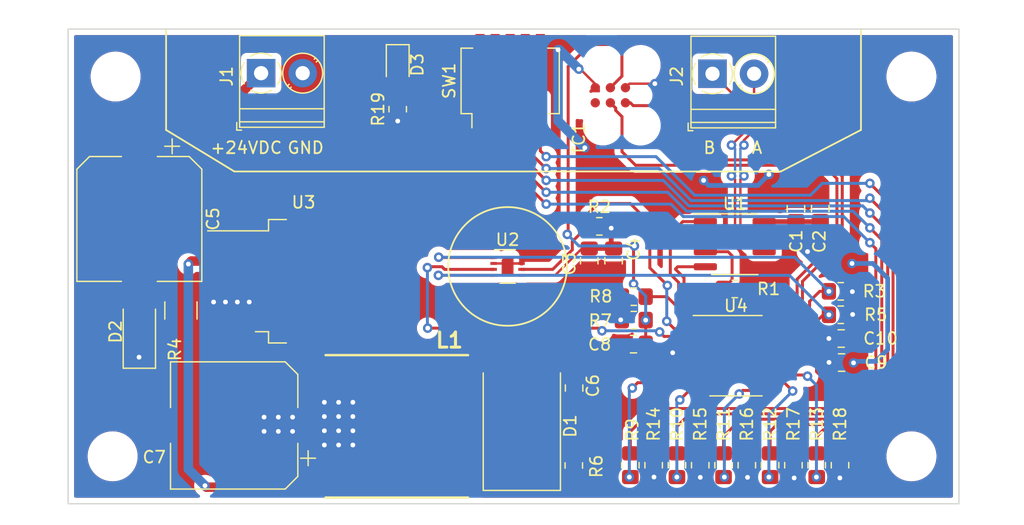
<source format=kicad_pcb>
(kicad_pcb (version 20211014) (generator pcbnew)
  (title_block (comment 4 "AISLER Project ID: SKBTTJQF"))
  (layers (0 "F.Cu" signal) (31 "B.Cu" signal) (34 "B.Paste" user) (35 "F.Paste" user) (36 "B.SilkS" user "B.Silkscreen") (37 "F.SilkS" user "F.Silkscreen") (38 "B.Mask" user) (39 "F.Mask" user) (44 "Edge.Cuts" user))
  (net 0 "")
  (net 1 "GND")
  (net 2 "+3V3")
  (net 3 "+24V")
  (net 4 "Net-(C6-Pad1)")
  (net 5 "/NRESET")
  (net 6 "Net-(D1-Pad1)")
  (net 7 "/485+")
  (net 8 "/485-")
  (net 9 "/DE")
  (net 10 "/RESET")
  (net 11 "/SDA")
  (net 12 "/SCL")
  (net 13 "Net-(R8-Pad2)")
  (net 14 "Net-(R14-Pad2)")
  (net 15 "Net-(R9-Pad2)")
  (net 16 "Net-(R10-Pad1)")
  (net 17 "Net-(R10-Pad2)")
  (net 18 "Net-(R11-Pad1)")
  (net 19 "Net-(R11-Pad2)")
  (net 20 "Net-(R12-Pad1)")
  (net 21 "Net-(R12-Pad2)")
  (net 22 "Net-(R13-Pad1)")
  (net 23 "Net-(R13-Pad2)")
  (net 24 "/SWDIO")
  (net 25 "/SWCLK")
  (net 27 "/RX")
  (net 28 "/TX")
  (net 29 "/ALERT")
  (net 31 "Net-(D3-Pad2)")
  (footprint "Resistor_SMD:R_0805_2012Metric_Pad1.20x1.40mm_HandSolder" (layer "F.Cu") (at 175.05 88.1)
    (fp_text reference "R3")
    (fp_text value "10K")
  )
  (footprint "Diode_SMD:D_SOD-128" (layer "F.Cu") (at 116 91.5 90)
    (fp_text reference "D2")
    (fp_text value "3.9V / 1W")
  )
  (footprint "TerminalBlock_Phoenix:TerminalBlock_Phoenix_PT-1,5-2-3.5-H_1x02_P3.50mm_Horizontal" (layer "F.Cu") (at 164.25 69.765)
    (fp_text reference "J2")
    (fp_text value "485")
  )
  (footprint "Capacitor_SMD:C_0805_2012Metric" (layer "F.Cu") (at 152.6 96.25 90)
    (fp_text reference "C6")
    (fp_text value "1nF/10V")
  )
  (footprint "Capacitor_SMD:CP_Elec_10x10" (layer "F.Cu") (at 116 82 -90)
    (fp_text reference "C5")
    (fp_text value "100uF/75V")
  )
  (footprint "LED_SMD:LED_0805_2012Metric" (layer "F.Cu") (at 137.75 69 -90)
    (fp_text reference "D3")
    (fp_text value "PWR")
  )
  (footprint "MountingHole:MountingHole_3.2mm_M3" (layer "F.Cu") (at 114 70)
    (fp_text reference "REF**")
    (fp_text value "MountingHole_3.2mm_M3")
  )
  (footprint "Resistor_SMD:R_0805_2012Metric_Pad1.20x1.40mm_HandSolder" (layer "F.Cu") (at 137.75 72.75 90)
    (fp_text reference "R19")
    (fp_text value "10K")
  )
  (footprint "Resistor_SMD:R_0805_2012Metric_Pad1.20x1.40mm_HandSolder" (layer "F.Cu") (at 174.986112 102.75 90)
    (fp_text reference "R18")
    (fp_text value "10K")
  )
  (footprint "HT485:MSS1210-104KED" (layer "F.Cu") (at 137.675 99.475 180)
    (fp_text reference "L1")
    (fp_text value "100uH -MSS1210-104KED" hide)
  )
  (footprint "Resistor_SMD:R_0805_2012Metric_Pad1.20x1.40mm_HandSolder" (layer "F.Cu") (at 169.102778 102.75 -90)
    (fp_text reference "R12")
    (fp_text value "1K")
  )
  (footprint "Capacitor_SMD:C_0805_2012Metric_Pad1.18x1.45mm_HandSolder" (layer "F.Cu") (at 157.6 92.55 180)
    (fp_text reference "C8")
    (fp_text value "100nF")
  )
  (footprint "MountingHole:MountingHole_3.2mm_M3" (layer "F.Cu") (at 181 102)
    (fp_text reference "REF**")
    (fp_text value "MountingHole_3.2mm_M3")
  )
  (footprint "Resistor_SMD:R_0805_2012Metric_Pad1.20x1.40mm_HandSolder" (layer "F.Cu") (at 173.025 102.75 -90)
    (fp_text reference "R13")
    (fp_text value "1K")
  )
  (footprint "Capacitor_SMD:CP_Elec_10x10.5" (layer "F.Cu") (at 123.9825 99.4 180)
    (fp_text reference "C7")
    (fp_text value "1000uF/10V")
  )
  (footprint "Resistor_SMD:R_0805_2012Metric_Pad1.20x1.40mm_HandSolder" (layer "F.Cu") (at 161.258334 102.75 -90)
    (fp_text reference "R10")
    (fp_text value "1K")
  )
  (footprint "MountingHole:MountingHole_3.2mm_M3" (layer "F.Cu") (at 113.75 102)
    (fp_text reference "REF**")
    (fp_text value "MountingHole_3.2mm_M3")
  )
  (footprint "TC2030:TC2030-IDC" (layer "F.Cu") (at 155.653925 71.575 180)
    (fp_text reference "TC1")
    (fp_text value "TC2030-IDC")
  )
  (footprint "Diode_SMD:D_SMB-SMC_Universal_Handsoldering" (layer "F.Cu") (at 148.2 99.375 90)
    (fp_text reference "D1")
    (fp_text value "VS-30BQ060HM3/9AT")
  )
  (footprint "Resistor_SMD:R_0805_2012Metric_Pad1.20x1.40mm_HandSolder" (layer "F.Cu") (at 165.180556 102.75 -90)
    (fp_text reference "R11")
    (fp_text value "1K")
  )
  (footprint "Capacitor_SMD:C_0805_2012Metric_Pad1.18x1.45mm_HandSolder" (layer "F.Cu") (at 171.275 81.1375 -90)
    (fp_text reference "C1")
    (fp_text value "4.7uF")
  )
  (footprint "Resistor_SMD:R_0805_2012Metric_Pad1.20x1.40mm_HandSolder" (layer "F.Cu") (at 157.625 88.55)
    (fp_text reference "R8")
    (fp_text value "4K7")
  )
  (footprint "Resistor_SMD:R_0805_2012Metric_Pad1.20x1.40mm_HandSolder" (layer "F.Cu") (at 159.297223 102.75 90)
    (fp_text reference "R14")
    (fp_text value "10K")
  )
  (footprint "Resistor_SMD:R_0805_2012Metric_Pad1.20x1.40mm_HandSolder" (layer "F.Cu") (at 171.063889 102.75 90)
    (fp_text reference "R17")
    (fp_text value "10K")
  )
  (footprint "Resistor_SMD:R_0805_2012Metric_Pad1.20x1.40mm_HandSolder" (layer "F.Cu") (at 163.219445 102.75 90)
    (fp_text reference "R15")
    (fp_text value "10K")
  )
  (footprint "Package_SO:SOIC-8_3.9x4.9mm_P1.27mm" (layer "F.Cu") (at 166.125 84.125)
    (fp_text reference "U1")
    (fp_text value "ISL3179EIBZ")
  )
  (footprint "Button_Switch_SMD:SW_DIP_SPSTx05_Slide_KingTek_DSHP05TJ_W5.25mm_P1.27mm_JPin" (layer "F.Cu") (at 147.2184 70.365 90)
    (fp_text reference "SW1")
    (fp_text value "EDS05SGRSTR04Q")
  )
  (footprint "MountingHole:MountingHole_3.2mm_M3" (layer "F.Cu") (at 181 70)
    (fp_text reference "REF**")
    (fp_text value "MountingHole_3.2mm_M3")
  )
  (footprint "Resistor_SMD:R_0805_2012Metric_Pad1.20x1.40mm_HandSolder" (layer "F.Cu") (at 166.125 87.9)
    (fp_text reference "R1")
    (fp_text value "10K")
  )
  (footprint "Capacitor_SMD:C_0805_2012Metric_Pad1.18x1.45mm_HandSolder" (layer "F.Cu") (at 175.0875 92.075 180)
    (fp_text reference "C10")
    (fp_text value "100nF")
  )
  (footprint "Resistor_SMD:R_0805_2012Metric_Pad1.20x1.40mm_HandSolder" (layer "F.Cu") (at 175.05 90.075)
    (fp_text reference "R5")
    (fp_text value "10K")
  )
  (footprint "Capacitor_SMD:C_0805_2012Metric_Pad1.18x1.45mm_HandSolder" (layer "F.Cu") (at 173.325 81.125 -90)
    (fp_text reference "C2")
    (fp_text value "100nF")
  )
  (footprint "Capacitor_SMD:C_0805_2012Metric_Pad1.18x1.45mm_HandSolder" (layer "F.Cu") (at 153.875 85.525 90)
    (fp_text reference "C3")
    (fp_text value "100nF")
  )
  (footprint "Resistor_SMD:R_0805_2012Metric_Pad1.20x1.40mm_HandSolder" (layer "F.Cu") (at 154.725 82.625)
    (fp_text reference "R2")
    (fp_text value "10K")
  )
  (footprint "Resistor_SMD:R_0805_2012Metric_Pad1.20x1.40mm_HandSolder" (layer "F.Cu") (at 157.336112 102.75 -90)
    (fp_text reference "R9")
    (fp_text value "1K")
  )
  (footprint "Resistor_SMD:R_0805_2012Metric_Pad1.20x1.40mm_HandSolder" (layer "F.Cu") (at 152.575 102.775 90)
    (fp_text reference "R6")
    (fp_text value "10R")
  )
  (footprint "Resistor_SMD:R_0805_2012Metric_Pad1.20x1.40mm_HandSolder" (layer "F.Cu") (at 167.141667 102.75 90)
    (fp_text reference "R16")
    (fp_text value "10K")
  )
  (footprint "Package_SO:TSSOP-20_4.4x6.5mm_P0.65mm" (layer "F.Cu") (at 166.225 93.525)
    (fp_text reference "U4")
    (fp_text value "STM32L010F4P6")
  )
  (footprint "Sensor_Humidity:Sensirion_DFN-8-1EP_2.5x2.5mm_P0.5mm_EP1.1x1.7mm" (layer "F.Cu") (at 147 86)
    (fp_text reference "U2")
    (fp_text value "SHT31-DIS-P2.5KS")
  )
  (footprint "Resistor_SMD:R_0805_2012Metric_Pad1.20x1.40mm_HandSolder" (layer "F.Cu") (at 157.625 90.525 180)
    (fp_text reference "R7")
    (fp_text value "4K7")
  )
  (footprint "Resistor_SMD:R_1210_3225Metric" (layer "F.Cu") (at 119.5 89.7125 90)
    (fp_text reference "R4")
    (fp_text value "0R / 0.5 W")
  )
  (footprint "TerminalBlock_Phoenix:TerminalBlock_Phoenix_PT-1,5-2-3.5-H_1x02_P3.50mm_Horizontal" (layer "F.Cu") (at 126.25 69.715)
    (fp_text reference "J1")
    (fp_text value "POWER")
  )
  (footprint "Package_TO_SOT_SMD:TO-263-5_TabPin3" (layer "F.Cu") (at 129.825 87.25)
    (fp_text reference "U3")
    (fp_text value "LM2576D2TR4-3.3G")
  )
  (footprint "Capacitor_SMD:C_0805_2012Metric_Pad1.18x1.45mm_HandSolder" (layer "F.Cu") (at 155.925 85.525 90)
    (fp_text reference "C4")
    (fp_text value "4.7uF")
  )
  (footprint "Capacitor_SMD:C_0805_2012Metric_Pad1.18x1.45mm_HandSolder" (layer "F.Cu") (at 175.1125 94.1 180)
    (fp_text reference "C9")
    (fp_text value "4.7uF")
  )
  (gr_line (start 124 78) (end 170 78) (layer "F.SilkS") (width 0.15))
  (gr_circle (center 147 86) (end 151 89) (layer "F.SilkS") (width 0.15) (fill none))
  (gr_line (start 170 78) (end 176.75 74.5) (layer "F.SilkS") (width 0.15))
  (gr_line (start 176.75 66) (end 176.75 74.5) (layer "F.SilkS") (width 0.15))
  (gr_line (start 118.25 74.5) (end 124 78) (layer "F.SilkS") (width 0.15))
  (gr_line (start 118.25 66) (end 118.25 74.5) (layer "F.SilkS") (width 0.15))
  (gr_line locked (start 185 66) (end 185 106) (layer "Edge.Cuts") (width 0.1))
  (gr_line (start 110 66) (end 185 66) (layer "Edge.Cuts") (width 0.1))
  (gr_line (start 110 106) (end 110 66) (layer "Edge.Cuts") (width 0.1))
  (gr_line (start 185 106) (end 110 106) (layer "Edge.Cuts") (width 0.1))
  (gr_text "B" (at 164 76) (layer "F.SilkS") (effects (font (size 1 1))))
  (gr_text "A" (at 168 76) (layer "F.SilkS") (effects (font (size 1 1))))
  (gr_text "GND" (at 130 76) (layer "F.SilkS") (effects (font (size 1 1))))
  (gr_text "+24VDC" (at 125 76) (layer "F.SilkS") (effects (font (size 1 1))))
  (segment (start 147.25 85.75) (end 148.175 85.75) (width 0.2) (layer "F.Cu") (net 1))
  (segment (start 151.24 67.74) (end 151.25 67.75) (width 0.8) (layer "F.Cu") (net 1))
  (segment (start 176.125 94.125) (end 176.125 92.075) (width 0.4) (layer "F.Cu") (net 1))
  (segment (start 173.0875 94.844239) (end 173.468261 95.225) (width 0.4) (layer "F.Cu") (net 1))
  (segment (start 171.275 80.1) (end 170.85 80.1) (width 0.4) (layer "F.Cu") (net 1))
  (segment (start 169.0875 93.85) (end 172.85 93.85) (width 0.4) (layer "F.Cu") (net 1))
  (segment (start 173.468261 95.225) (end 175.95 95.225) (width 0.4) (layer "F.Cu") (net 1))
  (segment (start 170.85 80.1) (end 169 78.25) (width 0.4) (layer "F.Cu") (net 1))
  (segment (start 153.825 70.075) (end 153.125 69.375) (width 0.2) (layer "F.Cu") (net 1))
  (segment (start 147 86) (end 147.25 85.75) (width 0.2) (layer "F.Cu") (net 1))
  (segment (start 173.075 94.075) (end 173.0875 94.075) (width 0.4) (layer "F.Cu") (net 1))
  (segment (start 153.125 69.375) (end 153 69.375) (width 0.2) (layer "F.Cu") (net 1))
  (segment (start 172.85 93.85) (end 173.075 94.075) (width 0.4) (layer "F.Cu") (net 1))
  (segment (start 171.275 80.1) (end 173.3125 80.1) (width 0.4) (layer "F.Cu") (net 1))
  (segment (start 176.15 94.1) (end 176.125 94.125) (width 0.8) (layer "F.Cu") (net 1))
  (segment (start 173.3125 80.1) (end 173.325 80.0875) (width 0.4) (layer "F.Cu") (net 1))
  (segment (start 176.125 95.05) (end 176.125 94.125) (width 0.4) (layer "F.Cu") (net 1))
  (segment (start 173.0875 94.075) (end 173.0875 94.844239) (width 0.4) (layer "F.Cu") (net 1))
  (segment (start 154.383925 70.94) (end 154.383925 70.633925) (width 0.2) (layer "F.Cu") (net 1))
  (segment (start 175.95 95.225) (end 176.125 95.05) (width 0.4) (layer "F.Cu") (net 1))
  (segment (start 148.175 85.25) (end 148.175 85.725) (width 0.4) (layer "F.Cu") (net 1))
  (segment (start 154.383925 70.633925) (end 153.825 70.075) (width 0.2) (layer "F.Cu") (net 1))
  (segment (start 145.825 85.75) (end 148.175 85.75) (width 0.2) (layer "F.Cu") (net 1))
  (segment (start 149.7584 67.74) (end 151.24 67.74) (width 0.8) (layer "F.Cu") (net 1))
  (via (at 163.5 78.75) (size 0.8) (drill 0.4) (layers "F.Cu" "B.Cu") (net 1))
  (via (at 153.5 76) (size 0.8) (drill 0.4) (layers "F.Cu" "B.Cu") (net 1))
  (via (at 176.125 94.125) (size 0.8) (drill 0.4) (layers "F.Cu" "B.Cu") (net 1))
  (via (at 176 85.75) (size 0.8) (drill 0.4) (layers "F.Cu" "B.Cu") (net 1))
  (via (at 151.25 67.75) (size 0.8) (drill 0.4) (layers "F.Cu" "B.Cu") (net 1))
  (via (at 169 78.25) (size 0.8) (drill 0.4) (layers "F.Cu" "B.Cu") (net 1))
  (via (at 153 69.375) (size 0.8) (drill 0.4) (layers "F.Cu" "B.Cu") (net 1))
  (segment (start 168.075 79.175) (end 163.925 79.175) (width 0.4) (layer "B.Cu") (net 1))
  (segment (start 179 93) (end 179 87) (width 0.4) (layer "B.Cu") (net 1))
  (segment (start 178 94) (end 179 93) (width 0.4) (layer "B.Cu") (net 1))
  (segment (start 177.75 85.75) (end 176 85.75) (width 0.4) (layer "B.Cu") (net 1))
  (segment (start 163.925 79.175) (end 163.5 78.75) (width 0.4) (layer "B.Cu") (net 1))
  (segment (start 176.125 94.125) (end 176.25 94) (width 0.4) (layer "B.Cu") (net 1))
  (segment (start 179 87) (end 177.75 85.75) (width 0.4) (layer "B.Cu") (net 1))
  (segment (start 176.25 94) (end 178 94) (width 0.4) (layer "B.Cu") (net 1))
  (segment (start 169 78.25) (end 168.075 79.175) (width 0.4) (layer "B.Cu") (net 1))
  (segment (start 151.25 67.75) (end 151.375 67.75) (width 0.8) (layer "B.Cu") (net 1))
  (segment (start 151.375 67.75) (end 153 69.375) (width 0.8) (layer "B.Cu") (net 1))
  (segment (start 151.25 73.75) (end 153.5 76) (width 0.8) (layer "B.Cu") (net 1))
  (segment (start 151.25 67.75) (end 151.25 73.75) (width 0.8) (layer "B.Cu") (net 1))
  (segment (start 174.05 92.325) (end 173.175 93.2) (width 0.4) (layer "F.Cu") (net 2))
  (segment (start 155.725 82.775) (end 155.725 84.2875) (width 0.4) (layer "F.Cu") (net 2))
  (segment (start 163.3625 93.2) (end 160.9745 93.2) (width 0.4) (layer "F.Cu") (net 2))
  (segment (start 173.175 93.2) (end 174.0625 94.0875) (width 0.4) (layer "F.Cu") (net 2))
  (segment (start 173.2675 82.22) (end 173.325 82.1625) (width 0.4) (layer "F.Cu") (net 2))
  (segment (start 155.925 84.4875) (end 153.875 84.4875) (width 0.4) (layer "F.Cu") (net 2))
  (segment (start 173.325 83.675) (end 172.25 84.75) (width 0.4) (layer "F.Cu") (net 2))
  (segment (start 148.175 86.75) (end 151 86.75) (width 0.2) (layer "F.Cu") (net 2))
  (segment (start 168.6 82.22) (end 171.33 82.22) (width 0.4) (layer "F.Cu") (net 2))
  (segment (start 171.33 82.22) (end 173.2675 82.22) (width 0.4) (layer "F.Cu") (net 2))
  (segment (start 174.0625 94.0875) (end 174.075 94.1) (width 0.4) (layer "F.Cu") (net 2))
  (segment (start 173.325 82.1625) (end 173.325 83.675) (width 0.4) (layer "F.Cu") (net 2))
  (segment (start 174.05 92.075) (end 174.05 92.325) (width 0.4) (layer "F.Cu") (net 2))
  (segment (start 157.263925 70.6) (end 159.4 70.6) (width 0.2) (layer "F.Cu") (net 2))
  (segment (start 151 86.75) (end 153.2625 84.4875) (width 0.2) (layer "F.Cu") (net 2))
  (segment (start 156.923925 70.94) (end 157.263925 70.6) (width 0.2) (layer "F.Cu") (net 2))
  (segment (start 155.725 84.2875) (end 155.925 84.4875) (width 0.4) (layer "F.Cu") (net 2))
  (segment (start 153.2625 84.4875) (end 153.875 84.4875) (width 0.2) (layer "F.Cu") (net 2))
  (segment (start 169.0875 93.2) (end 173.175 93.2) (width 0.4) (layer "F.Cu") (net 2))
  (segment (start 160.9745 93.2) (end 160.9 93.2745) (width 0.4) (layer "F.Cu") (net 2))
  (segment (start 155.725 82.625) (end 155.725 82.775) (width 0.4) (layer "F.Cu") (net 2))
  (via (at 133.975 97.45) (size 0.8) (drill 0.4) (layers "F.Cu" "B.Cu") (net 2))
  (via (at 176.05 90.05) (size 0.8) (drill 0.4) (layers "F.Cu" "B.Cu") (net 2))
  (via (at 133.975 98.65) (size 0.8) (drill 0.4) (layers "F.Cu" "B.Cu") (net 2))
  (via (at 160.9 93.2745) (size 0.8) (drill 0.4) (layers "F.Cu" "B.Cu") (net 2))
  (via (at 131.575 101.05) (size 0.8) (drill 0.4) (layers "F.Cu" "B.Cu") (net 2))
  (via (at 159.4 70.6) (size 0.8) (drill 0.4) (layers "F.Cu" "B.Cu") (net 2))
  (via (at 132.775 98.65) (size 0.8) (drill 0.4) (layers "F.Cu" "B.Cu") (net 2))
  (via (at 126.5 98.7) (size 0.8) (drill 0.4) (layers "F.Cu" "B.Cu") (net 2))
  (via (at 167.2 103.775) (size 0.8) (drill 0.4) (layers "F.Cu" "B.Cu") (net 2))
  (via (at 127.7 99.9) (size 0.8) (drill 0.4) (layers "F.Cu" "B.Cu") (net 2))
  (via (at 122.25 89) (size 0.8) (drill 0.4) (layers "F.Cu" "B.Cu") (net 2))
  (via (at 133.975 101.05) (size 0.8) (drill 0.4) (layers "F.Cu" "B.Cu") (net 2))
  (via (at 124.25 89) (size 0.8) (drill 0.4) (layers "F.Cu" "B.Cu") (net 2))
  (via (at 123.25 89) (size 0.8) (drill 0.4) (layers "F.Cu" "B.Cu") (net 2))
  (via (at 155.725 82.775) (size 0.8) (drill 0.4) (layers "F.Cu" "B.Cu") (net 2))
  (via (at 159.325 103.75) (size 0.8) (drill 0.4) (layers "F.Cu" "B.Cu") (net 2))
  (via (at 127.7 98.7) (size 0.8) (drill 0.4) (layers "F.Cu" "B.Cu") (net 2))
  (via (at 126.5 99.9) (size 0.8) (drill 0.4) (layers "F.Cu" "B.Cu") (net 2))
  (via (at 133.975 99.85) (size 0.8) (drill 0.4) (layers "F.Cu" "B.Cu") (net 2))
  (via (at 131.575 98.65) (size 0.8) (drill 0.4) (layers "F.Cu" "B.Cu") (net 2))
  (via (at 132.775 101.05) (size 0.8) (drill 0.4) (layers "F.Cu" "B.Cu") (net 2))
  (via (at 176.025 88.125) (size 0.8) (drill 0.4) (layers "F.Cu" "B.Cu") (net 2))
  (via (at 128.9 99.9) (size 0.8) (drill 0.4) (layers "F.Cu" "B.Cu") (net 2))
  (via (at 125.25 89) (size 0.8) (drill 0.4) (layers "F.Cu" "B.Cu") (net 2))
  (via (at 163.225 103.775) (size 0.8) (drill 0.4) (layers "F.Cu" "B.Cu") (net 2))
  (via (at 132.775 97.45) (size 0.8) (drill 0.4) (layers "F.Cu" "B.Cu") (net 2))
  (via (at 174.05 92.075) (size 0.8) (drill 0.4) (layers "F.Cu" "B.Cu") (net 2))
  (via (at 171.125 103.825) (size 0.8) (drill 0.4) (layers "F.Cu" "B.Cu") (net 2))
  (via (at 131.575 99.85) (size 0.8) (drill 0.4) (layers "F.Cu" "B.Cu") (net 2))
  (via (at 115.975 93.65) (size 0.8) (drill 0.4) (layers "F.Cu" "B.Cu") (net 2))
  (via (at 132.775 99.85) (size 0.8) (drill 0.4) (layers "F.Cu" "B.Cu") (net 2))
  (via (at 128.9 98.7) (size 0.8) (drill 0.4) (layers "F.Cu" "B.Cu") (net 2))
  (via (at 174.975 103.825) (size 0.8) (drill 0.4) (layers "F.Cu" "B.Cu") (net 2))
  (via (at 172.25 84.75) (size 0.8) (drill 0.4) (layers "F.Cu" "B.Cu") (net 2))
  (via (at 174.0625 94.0875) (size 0.8) (drill 0.4) (layers "F.Cu" "B.Cu") (net 2))
  (via (at 156.525 90.5) (size 0.8) (drill 0.4) (layers "F.Cu" "B.Cu") (net 2))
  (via (at 131.575 97.45) (size 0.8) (drill 0.4) (layers "F.Cu" "B.Cu") (net 2))
  (via (at 137.75 73.75) (size 0.8) (drill 0.4) (layers "F.Cu" "B.Cu") (net 2))
  (segment (start 172.25 84.75) (end 175.625 88.125) (width 0.4) (layer "B.Cu") (net 2))
  (segment (start 175.625 88.125) (end 176.025 88.125) (width 0.4) (layer "B.Cu") (net 2))
  (segment (start 116 81) (end 118.85 83.85) (width 0.8) (layer "F.Cu") (net 3))
  (segment (start 124.05 71.915) (end 124.05 83.85) (width 0.8) (layer "F.Cu") (net 3))
  (segment (start 124.05 71.915) (end 126.25 69.715) (width 0.8) (layer "F.Cu") (net 3))
  (segment (start 116 78) (end 116 81) (width 0.8) (layer "F.Cu") (net 3))
  (segment (start 118.85 83.85) (end 124.05 83.85) (width 0.8) (layer "F.Cu") (net 3))
  (segment (start 152.6 101.75) (end 152.575 101.775) (width 0.25) (layer "F.Cu") (net 4))
  (segment (start 152.6 97.2) (end 152.6 101.75) (width 0.25) (layer "F.Cu") (net 4))
  (segment (start 157.60513 84.34487) (end 157.675 84.275) (width 0.25) (layer "F.Cu") (net 5))
  (segment (start 152.1 69.15) (end 153.95 67.3) (width 0.25) (layer "F.Cu") (net 5))
  (segment (start 152.1 83.225402) (end 152.1 69.15) (width 0.25) (layer "F.Cu") (net 5))
  (segment (start 163.3625 92.55) (end 158.6375 92.55) (width 0.25) (layer "F.Cu") (net 5))
  (segment (start 158.625 92.5375) (end 158.6375 92.55) (width 0.25) (layer "F.Cu") (net 5))
  (segment (start 155.9 67.3) (end 156.625 68.025) (width 0.25) (layer "F.Cu") (net 5))
  (segment (start 156.625 69.968925) (end 155.653925 70.94) (width 0.25) (layer "F.Cu") (net 5))
  (segment (start 156.625 68.025) (end 156.625 69.968925) (width 0.25) (layer "F.Cu") (net 5))
  (segment (start 158.625 90.525) (end 158.625 92.5375) (width 0.25) (layer "F.Cu") (net 5))
  (segment (start 157.60513 87.4745) (end 157.60513 84.34487) (width 0.25) (layer "F.Cu") (net 5))
  (segment (start 152.026731 83.298671) (end 152.1 83.225402) (width 0.25) (layer "F.Cu") (net 5))
  (segment (start 153.95 67.3) (end 155.9 67.3) (width 0.25) (layer "F.Cu") (net 5))
  (via (at 152.026731 83.298671) (size 0.8) (drill 0.4) (layers "F.Cu" "B.Cu") (net 5))
  (via (at 158.625 90.525) (size 0.8) (drill 0.4) (layers "F.Cu" "B.Cu") (net 5))
  (via (at 157.60513 87.4745) (size 0.8) (drill 0.4) (layers "F.Cu" "B.Cu") (net 5))
  (via (at 157.675 84.275) (size 0.8) (drill 0.4) (layers "F.Cu" "B.Cu") (net 5))
  (segment (start 158.625 88.49437) (end 157.60513 87.4745) (width 0.25) (layer "B.Cu") (net 5))
  (segment (start 153.00306 84.275) (end 152.026731 83.298671) (width 0.25) (layer "B.Cu") (net 5))
  (segment (start 158.625 90.525) (end 158.625 88.49437) (width 0.25) (layer "B.Cu") (net 5))
  (segment (start 157.675 84.275) (end 153.00306 84.275) (width 0.25) (layer "B.Cu") (net 5))
  (segment (start 120.375 85.55) (end 120.125 85.8) (width 0.8) (layer "F.Cu") (net 6))
  (segment (start 144.225 104.6) (end 146.25 102.575) (width 0.8) (layer "F.Cu") (net 6))
  (segment (start 152.575 103.775) (end 151.375 102.575) (width 0.25) (layer "F.Cu") (net 6))
  (segment (start 121.65 104.6) (end 139.6 104.6) (width 0.8) (layer "F.Cu") (net 6))
  (segment (start 151.375 102.575) (end 148.2 102.575) (width 0.25) (layer "F.Cu") (net 6))
  (segment (start 121.525 104.475) (end 121.65 104.6) (width 0.8) (layer "F.Cu") (net 6))
  (segment (start 139.6 104.6) (end 142.525 101.675) (width 0.8) (layer "F.Cu") (net 6))
  (segment (start 146.25 102.575) (end 148.2 102.575) (width 0.8) (layer "F.Cu") (net 6))
  (segment (start 139.6 104.6) (end 144.225 104.6) (width 0.8) (layer "F.Cu") (net 6))
  (segment (start 142.525 101.675) (end 142.525 99.475) (width 0.8) (layer "F.Cu") (net 6))
  (segment (start 124.05 85.55) (end 120.375 85.55) (width 0.8) (layer "F.Cu") (net 6))
  (via (at 121.525 104.475) (size 0.8) (drill 0.4) (layers "F.Cu" "B.Cu") (net 6))
  (via (at 120.125 85.8) (size 0.8) (drill 0.4) (layers "F.Cu" "B.Cu") (net 6))
  (segment (start 120.125 103.075) (end 121.525 104.475) (width 0.8) (layer "B.Cu") (net 6))
  (segment (start 120.125 85.8) (end 120.125 103.075) (width 0.8) (layer "B.Cu") (net 6))
  (segment (start 166.9 75.361897) (end 167.75 74.511897) (width 0.2) (layer "F.Cu") (net 7))
  (segment (start 167.493199 83.899999) (end 166.600001 83.006801) (width 0.2) (layer "F.Cu") (net 7))
  (segment (start 166.600001 83.006801) (end 166.600001 78.674999) (width 0.2) (layer "F.Cu") (net 7))
  (segment (start 168.190001 83.899999) (end 167.493199 83.899999) (width 0.2) (layer "F.Cu") (net 7))
  (segment (start 167.75 74.511897) (end 167.75 69.765) (width 0.2) (layer "F.Cu") (net 7))
  (segment (start 166.600001 78.674999) (end 166.9 78.375) (width 0.2) (layer "F.Cu") (net 7))
  (segment (start 168.6 83.49) (end 168.190001 83.899999) (width 0.2) (layer "F.Cu") (net 7))
  (segment (start 166.9 75.7755) (end 166.9 75.361897) (width 0.2) (layer "F.Cu") (net 7))
  (via (at 166.9 75.7755) (size 0.8) (drill 0.4) (layers "F.Cu" "B.Cu") (net 7))
  (via (at 166.9 78.375) (size 0.8) (drill 0.4) (layers "F.Cu" "B.Cu") (net 7))
  (segment (start 166.600001 76.075499) (end 166.9 75.7755) (width 0.2) (layer "B.Cu") (net 7))
  (segment (start 166.600001 78.075001) (end 166.600001 76.075499) (width 0.2) (layer "B.Cu") (net 7))
  (segment (start 166.9 78.375) (end 166.600001 78.075001) (width 0.2) (layer "B.Cu") (net 7))
  (segment (start 166.149999 83.193199) (end 166.149999 78.674999) (width 0.2) (layer "F.Cu") (net 8))
  (segment (start 167.299999 74.325501) (end 167.299999 72.814999) (width 0.2) (layer "F.Cu") (net 8))
  (segment (start 167.306801 84.350001) (end 166.149999 83.193199) (width 0.2) (layer "F.Cu") (net 8))
  (segment (start 167.299999 72.814999) (end 164.25 69.765) (width 0.2) (layer "F.Cu") (net 8))
  (segment (start 166.149999 78.674999) (end 165.85 78.375) (width 0.2) (layer "F.Cu") (net 8))
  (segment (start 165.85 75.7755) (end 167.299999 74.325501) (width 0.2) (layer "F.Cu") (net 8))
  (segment (start 168.190001 84.350001) (end 167.306801 84.350001) (width 0.2) (layer "F.Cu") (net 8))
  (segment (start 168.6 84.76) (end 168.190001 84.350001) (width 0.2) (layer "F.Cu") (net 8))
  (via (at 165.85 78.375) (size 0.8) (drill 0.4) (layers "F.Cu" "B.Cu") (net 8))
  (via (at 165.85 75.7755) (size 0.8) (drill 0.4) (layers "F.Cu" "B.Cu") (net 8))
  (segment (start 165.85 78.375) (end 166.149999 78.075001) (width 0.2) (layer "B.Cu") (net 8))
  (segment (start 166.149999 76.075499) (end 165.85 75.7755) (width 0.2) (layer "B.Cu") (net 8))
  (segment (start 166.149999 78.075001) (end 166.149999 76.075499) (width 0.2) (layer "B.Cu") (net 8))
  (segment (start 167.475 94.425) (end 166.75 95.15) (width 0.25) (layer "F.Cu") (net 9))
  (segment (start 165.575 89.575) (end 167.175 89.575) (width 0.25) (layer "F.Cu") (net 9))
  (segment (start 165.125 87.9) (end 165.125 89.125) (width 0.25) (layer "F.Cu") (net 9))
  (segment (start 165.9 87.125) (end 165.125 87.9) (width 0.25) (layer "F.Cu") (net 9))
  (segment (start 167.475 89.875) (end 167.475 94.425) (width 0.25) (layer "F.Cu") (net 9))
  (segment (start 163.65 84.76) (end 165.56 84.76) (width 0.25) (layer "F.Cu") (net 9))
  (segment (start 167.175 89.575) (end 167.475 89.875) (width 0.25) (layer "F.Cu") (net 9))
  (segment (start 163.65 83.49) (end 163.65 84.76) (width 0.25) (layer "F.Cu") (net 9))
  (segment (start 166.75 95.15) (end 163.3625 95.15) (width 0.25) (layer "F.Cu") (net 9))
  (segment (start 165.125 89.125) (end 165.575 89.575) (width 0.25) (layer "F.Cu") (net 9))
  (segment (start 165.9 85.1) (end 165.9 87.125) (width 0.25) (layer "F.Cu") (net 9))
  (segment (start 165.56 84.76) (end 165.9 85.1) (width 0.25) (layer "F.Cu") (net 9))
  (segment (start 154.625 80.7) (end 153.725 81.6) (width 0.25) (layer "F.Cu") (net 10))
  (segment (start 160.45 87.6) (end 158.975 86.125) (width 0.25) (layer "F.Cu") (net 10))
  (segment (start 148.175 86.25) (end 150.8 86.25) (width 0.25) (layer "F.Cu") (net 10))
  (segment (start 158.975 82.35) (end 157.325 80.7) (width 0.25) (layer "F.Cu") (net 10))
  (segment (start 163.3625 91.25) (end 161.025 91.25) (width 0.25) (layer "F.Cu") (net 10))
  (segment (start 158.975 86.125) (end 158.975 82.35) (width 0.25) (layer "F.Cu") (net 10))
  (segment (start 161.025 91.25) (end 160.4 90.625) (width 0.25) (layer "F.Cu") (net 10))
  (segment (start 157.325 80.7) (end 154.625 80.7) (width 0.25) (layer "F.Cu") (net 10))
  (segment (start 152.45 83.9) (end 153.725 82.625) (width 0.25) (layer "F.Cu") (net 10))
  (segment (start 152.45 84.6) (end 152.45 83.9) (width 0.25) (layer "F.Cu") (net 10))
  (segment (start 150.8 86.25) (end 152.45 84.6) (width 0.25) (layer "F.Cu") (net 10))
  (segment (start 153.725 81.6) (end 153.725 82.625) (width 0.25) (layer "F.Cu") (net 10))
  (via (at 160.4 90.625) (size 0.8) (drill 0.4) (layers "F.Cu" "B.Cu") (net 10))
  (via (at 160.45 87.6) (size 0.8) (drill 0.4) (layers "F.Cu" "B.Cu") (net 10))
  (segment (start 160.4 87.65) (end 160.45 87.6) (width 0.25) (layer "B.Cu") (net 10))
  (segment (start 160.4 90.625) (end 160.4 87.65) (width 0.25) (layer "B.Cu") (net 10))
  (segment (start 172.1 91.9) (end 172.425 91.575) (width 0.25) (layer "F.Cu") (net 11))
  (segment (start 141.225 85.25) (end 141.2 85.225) (width 0.25) (layer "F.Cu") (net 11))
  (segment (start 172.425 91.575) (end 172.425 88.95) (width 0.25) (layer "F.Cu") (net 11))
  (segment (start 145.825 85.25) (end 141.225 85.25) (width 0.25) (layer "F.Cu") (net 11))
  (segment (start 173.275 88.1) (end 174.05 88.1) (width 0.25) (layer "F.Cu") (net 11))
  (segment (start 169.0875 91.9) (end 172.1 91.9) (width 0.25) (layer "F.Cu") (net 11))
  (segment (start 172.425 88.95) (end 173.275 88.1) (width 0.25) (layer "F.Cu") (net 11))
  (via (at 141.2 85.225) (size 0.8) (drill 0.4) (layers "F.Cu" "B.Cu") (net 11))
  (via (at 174.05 88.1) (size 0.8) (drill 0.4) (layers "F.Cu" "B.Cu") (net 11))
  (segment (start 141.2 85.225) (end 171.175 85.225) (width 0.25) (layer "B.Cu") (net 11))
  (segment (start 171.175 85.225) (end 174.05 88.1) (width 0.25) (layer "B.Cu") (net 11))
  (segment (start 172.225 92.55) (end 172.875 91.9) (width 0.25) (layer "F.Cu") (net 12))
  (segment (start 145.825 86.75) (end 141.175 86.75) (width 0.25) (layer "F.Cu") (net 12))
  (segment (start 172.875 91.9) (end 172.875 90.775) (width 0.25) (layer "F.Cu") (net 12))
  (segment (start 169.0875 92.55) (end 172.225 92.55) (width 0.25) (layer "F.Cu") (net 12))
  (segment (start 173.575 90.075) (end 174.05 90.075) (width 0.25) (layer "F.Cu") (net 12))
  (segment (start 172.875 90.775) (end 173.575 90.075) (width 0.25) (layer "F.Cu") (net 12))
  (via (at 141.175 86.75) (size 0.8) (drill 0.4) (layers "F.Cu" "B.Cu") (net 12))
  (via (at 174.05 90.075) (size 0.8) (drill 0.4) (layers "F.Cu" "B.Cu") (net 12))
  (segment (start 170.725 86.75) (end 174.05 90.075) (width 0.25) (layer "B.Cu") (net 12))
  (segment (start 141.175 86.75) (end 170.725 86.75) (width 0.25) (layer "B.Cu") (net 12))
  (segment (start 162.475 90.6) (end 160.425 88.55) (width 0.25) (layer "F.Cu") (net 13))
  (segment (start 160.425 88.55) (end 158.625 88.55) (width 0.25) (layer "F.Cu") (net 13))
  (segment (start 163.3625 90.6) (end 162.475 90.6) (width 0.25) (layer "F.Cu") (net 13))
  (segment (start 159.275 97.975) (end 176.025 97.975) (width 0.25) (layer "F.Cu") (net 14))
  (segment (start 150.224695 80.75) (end 150.25 80.75) (width 0.25) (layer "F.Cu") (net 14))
  (segment (start 176.025 97.975) (end 178 96) (width 0.25) (layer "F.Cu") (net 14))
  (segment (start 157.336112 101.75) (end 157.336112 99.913888) (width 0.25) (layer "F.Cu") (net 14))
  (segment (start 178 84.5) (end 177.5 84) (width 0.25) (layer "F.Cu") (net 14))
  (segment (start 178 96) (end 178 84.5) (width 0.25) (layer "F.Cu") (net 14))
  (segment (start 144.6784 75.203705) (end 150.224695 80.75) (width 0.25) (layer "F.Cu") (net 14))
  (segment (start 144.6784 72.99) (end 144.6784 75.203705) (width 0.25) (layer "F.Cu") (net 14))
  (segment (start 158.75 98.5) (end 159.275 97.975) (width 0.25) (layer "F.Cu") (net 14))
  (segment (start 157.336112 99.913888) (end 158.75 98.5) (width 0.25) (layer "F.Cu") (net 14))
  (segment (start 157.336112 101.75) (end 159.297223 101.75) (width 0.25) (layer "F.Cu") (net 14))
  (via (at 177.5 84) (size 0.8) (drill 0.4) (layers "F.Cu" "B.Cu") (net 14))
  (via (at 150.25 80.75) (size 0.8) (drill 0.4) (layers "F.Cu" "B.Cu") (net 14))
  (segment (start 160.75 80.75) (end 150.25 80.75) (width 0.25) (layer "B.Cu") (net 14))
  (segment (start 175.3 81.8) (end 161.8 81.8) (width 0.25) (layer "B.Cu") (net 14))
  (segment (start 161.8 81.8) (end 160.75 80.75) (width 0.25) (layer "B.Cu") (net 14))
  (segment (start 177.5 84) (end 175.3 81.8) (width 0.25) (layer "B.Cu") (net 14))
  (segment (start 157.5 96.25) (end 157.95 95.8) (width 0.25) (layer "F.Cu") (net 15))
  (segment (start 157.336112 103.75) (end 157.25 103.75) (width 0.25) (layer "F.Cu") (net 15))
  (segment (start 157.95 95.8) (end 163.3625 95.8) (width 0.25) (layer "F.Cu") (net 15))
  (via (at 157.5 96.25) (size 0.8) (drill 0.4) (layers "F.Cu" "B.Cu") (net 15))
  (via (at 157.25 103.75) (size 0.8) (drill 0.4) (layers "F.Cu" "B.Cu") (net 15))
  (segment (start 157.25 103.75) (end 157.25 96.5) (width 0.25) (layer "B.Cu") (net 15))
  (segment (start 157.25 96.5) (end 157.5 96.25) (width 0.25) (layer "B.Cu") (net 15))
  (segment (start 177.818198 96.818198) (end 178.5 96.136396) (width 0.25) (layer "F.Cu") (net 16))
  (segment (start 162.5 98.425) (end 176 98.425) (width 0.25) (layer "F.Cu") (net 16))
  (segment (start 161.258334 101.75) (end 161.258334 99.491666) (width 0.25) (layer "F.Cu") (net 16))
  (segment (start 150.225689 79.75) (end 150.25 79.75) (width 0.25) (layer "F.Cu") (net 16))
  (segment (start 145.9484 72.99) (end 145.9484 75.472711) (width 0.25) (layer "F.Cu") (net 16))
  (segment (start 161.258334 99.491666) (end 162.325 98.425) (width 0.25) (layer "F.Cu") (net 16))
  (segment (start 178.5 94.25) (end 178.5 84.5) (width 0.25) (layer "F.Cu") (net 16))
  (segment (start 176 98.425) (end 176.211396 98.425) (width 0.25) (layer "F.Cu") (net 16))
  (segment (start 161.258334 101.75) (end 163.219445 101.75) (width 0.25) (layer "F.Cu") (net 16))
  (segment (start 178.5 84.5) (end 178.5 83.75) (width 0.25) (layer "F.Cu") (net 16))
  (segment (start 162.325 98.425) (end 162.5 98.425) (width 0.25) (layer "F.Cu") (net 16))
  (segment (start 178.5 96.136396) (end 178.5 94.25) (width 0.25) (layer "F.Cu") (net 16))
  (segment (start 178.5 83.75) (end 177.5 82.75) (width 0.25) (layer "F.Cu") (net 16))
  (segment (start 145.9484 75.472711) (end 150.225689 79.75) (width 0.25) (layer "F.Cu") (net 16))
  (segment (start 176.211396 98.425) (end 177.818198 96.818198) (width 0.25) (layer "F.Cu") (net 16))
  (via (at 177.5 82.75) (size 0.8) (drill 0.4) (layers "F.Cu" "B.Cu") (net 16))
  (via (at 150.25 79.75) (size 0.8) (drill 0.4) (layers "F.Cu" "B.Cu") (net 16))
  (segment (start 160.477208 79.75) (end 150.25 79.75) (width 0.25) (layer "B.Cu") (net 16))
  (segment (start 162.077208 81.35) (end 160.477208 79.75) (width 0.25) (layer "B.Cu") (net 16))
  (segment (start 177.5 82.75) (end 176.1 81.35) (width 0.25) (layer "B.Cu") (net 16))
  (segment (start 176.1 81.35) (end 162.077208 81.35) (width 0.25) (layer "B.Cu") (net 16))
  (segment (start 161.258334 103.75) (end 161.25 103.75) (width 0.25) (layer "F.Cu") (net 17))
  (segment (start 163.3625 96.45) (end 162.3 96.45) (width 0.25) (layer "F.Cu") (net 17))
  (segment (start 162.3 96.45) (end 161.5 97.25) (width 0.25) (layer "F.Cu") (net 17))
  (via (at 161.5 97.25) (size 0.8) (drill 0.4) (layers "F.Cu" "B.Cu") (net 17))
  (via (at 161.25 103.75) (size 0.8) (drill 0.4) (layers "F.Cu" "B.Cu") (net 17))
  (segment (start 161.25 97.5) (end 161.5 97.25) (width 0.25) (layer "B.Cu") (net 17))
  (segment (start 161.25 103.75) (end 161.25 97.5) (width 0.25) (layer "B.Cu") (net 17))
  (segment (start 177.261396 98.011396) (end 177.761396 97.511396) (width 0.25) (layer "F.Cu") (net 18))
  (segment (start 147.2184 72.99) (end 147.2184 75.743208) (width 0.25) (layer "F.Cu") (net 18))
  (segment (start 150.224198 78.749006) (end 150.25 78.749006) (width 0.25) (layer "F.Cu") (net 18))
  (segment (start 167.25 98.875) (end 175.5 98.875) (width 0.25) (layer "F.Cu") (net 18))
  (segment (start 179 93.75) (end 179 83) (width 0.25) (layer "F.Cu") (net 18))
  (segment (start 179 83) (end 177.5 81.5) (width 0.25) (layer "F.Cu") (net 18))
  (segment (start 177.761396 97.511396) (end 178.511396 96.761396) (width 0.25) (layer "F.Cu") (net 18))
  (segment (start 175.5 98.875) (end 176.397792 98.875) (width 0.25) (layer "F.Cu") (net 18))
  (segment (start 165.180556 100.319444) (end 166.625 98.875) (width 0.25) (layer "F.Cu") (net 18))
  (segment (start 147.2184 75.743208) (end 150.224198 78.749006) (width 0.25) (layer "F.Cu") (net 18))
  (segment (start 165.180556 101.75) (end 165.180556 100.319444) (width 0.25) (layer "F.Cu") (net 18))
  (segment (start 179 96.272792) (end 179 93.75) (width 0.25) (layer "F.Cu") (net 18))
  (segment (start 178.511396 96.761396) (end 179 96.272792) (width 0.25) (layer "F.Cu") (net 18))
  (segment (start 176.397792 98.875) (end 177.261396 98.011396) (width 0.25) (layer "F.Cu") (net 18))
  (segment (start 166.625 98.875) (end 167.25 98.875) (width 0.25) (layer "F.Cu") (net 18))
  (segment (start 165.180556 101.75) (end 167.141667 101.75) (width 0.25) (layer "F.Cu") (net 18))
  (via (at 177.5 81.5) (size 0.8) (drill 0.4) (layers "F.Cu" "B.Cu") (net 18))
  (via (at 150.25 78.749006) (size 0.8) (drill 0.4) (layers "F.Cu" "B.Cu") (net 18))
  (segment (start 176.9 80.9) (end 162.263604 80.9) (width 0.25) (layer "B.Cu") (net 18))
  (segment (start 162.263604 80.9) (end 160.11261 78.749006) (width 0.25) (layer "B.Cu") (net 18))
  (segment (start 160.11261 78.749006) (end 150.25 78.749006) (width 0.25) (layer "B.Cu") (net 18))
  (segment (start 177.5 81.5) (end 176.9 80.9) (width 0.25) (layer "B.Cu") (net 18))
  (segment (start 169.0875 96.45) (end 166.8 96.45) (width 0.25) (layer "F.Cu") (net 19))
  (segment (start 166.8 96.45) (end 166.5 96.75) (width 0.25) (layer "F.Cu") (net 19))
  (segment (start 165.180556 103.75) (end 165.25 103.75) (width 0.25) (layer "F.Cu") (net 19))
  (via (at 165.25 103.75) (size 0.8) (drill 0.4) (layers "F.Cu" "B.Cu") (net 19))
  (via (at 166.5 96.75) (size 0.8) (drill 0.4) (layers "F.Cu" "B.Cu") (net 19))
  (segment (start 165.25 98) (end 166.5 96.75) (width 0.25) (layer "B.Cu") (net 19))
  (segment (start 165.25 103.75) (end 165.25 98) (width 0.25) (layer "B.Cu") (net 19))
  (segment (start 169.675 99.325) (end 169.825 99.325) (width 0.25) (layer "F.Cu") (net 20))
  (segment (start 150.224695 77.75) (end 150.249503 77.75) (width 0.25) (layer "F.Cu") (net 20))
  (segment (start 169.825 99.325) (end 176.584188 99.325) (width 0.25) (layer "F.Cu") (net 20))
  (segment (start 179.079594 96.829594) (end 179.45 96.459188) (width 0.25) (layer "F.Cu") (net 20))
  (segment (start 179.45 82.2) (end 177.5 80.25) (width 0.25) (layer "F.Cu") (net 20))
  (segment (start 169.102778 101.75) (end 171.063889 101.75) (width 0.25) (layer "F.Cu") (net 20))
  (segment (start 177.367094 98.542094) (end 179.079594 96.829594) (width 0.25) (layer "F.Cu") (net 20))
  (segment (start 169.102778 101.75) (end 169.102778 99.897222) (width 0.25) (layer "F.Cu") (net 20))
  (segment (start 176.847792 99.061396) (end 177.367094 98.542094) (width 0.25) (layer "F.Cu") (net 20))
  (segment (start 179.45 96.459188) (end 179.45 95.75) (width 0.25) (layer "F.Cu") (net 20))
  (segment (start 169.102778 99.897222) (end 169.675 99.325) (width 0.25) (layer "F.Cu") (net 20))
  (segment (start 148.4884 76.013705) (end 150.224695 77.75) (width 0.25) (layer "F.Cu") (net 20))
  (segment (start 176.584188 99.325) (end 176.847792 99.061396) (width 0.25) (layer "F.Cu") (net 20))
  (segment (start 148.4884 72.99) (end 148.4884 76.013705) (width 0.25) (layer "F.Cu") (net 20))
  (segment (start 179.45 95.75) (end 179.45 82.2) (width 0.25) (layer "F.Cu") (net 20))
  (segment (start 150.249503 77.75) (end 150.25 77.749503) (width 0.25) (layer "F.Cu") (net 20))
  (via (at 177.5 80.25) (size 0.8) (drill 0.4) (layers "F.Cu" "B.Cu") (net 20))
  (via (at 150.25 77.749503) (size 0.8) (drill 0.4) (layers "F.Cu" "B.Cu") (net 20))
  (segment (start 177.5 80.25) (end 177.3 80.45) (width 0.25) (layer "B.Cu") (net 20))
  (segment (start 162.45 80.45) (end 159.749503 77.749503) (width 0.25) (layer "B.Cu") (net 20))
  (segment (start 177.3 80.45) (end 162.45 80.45) (width 0.25) (layer "B.Cu") (net 20))
  (segment (start 159.749503 77.749503) (end 150.25 77.749503) (width 0.25) (layer "B.Cu") (net 20))
  (segment (start 170.3 95.8) (end 169.0875 95.8) (width 0.25) (layer "F.Cu") (net 21))
  (segment (start 171 96.5) (end 170.3 95.8) (width 0.25) (layer "F.Cu") (net 21))
  (segment (start 169.102778 103.75) (end 169 103.75) (width 0.25) (layer "F.Cu") (net 21))
  (via (at 169 103.75) (size 0.8) (drill 0.4) (layers "F.Cu" "B.Cu") (net 21))
  (via (at 171 96.5) (size 0.8) (drill 0.4) (layers "F.Cu" "B.Cu") (net 21))
  (segment (start 169 103.75) (end 169 98.5) (width 0.25) (layer "B.Cu") (net 21))
  (segment (start 169 98.5) (end 171 96.5) (width 0.25) (layer "B.Cu") (net 21))
  (segment (start 173.025 101.75) (end 174.986112 101.75) (width 0.25) (layer "F.Cu") (net 22))
  (segment (start 149.7584 72.99) (end 149.7584 76.2584) (width 0.25) (layer "F.Cu") (net 22))
  (segment (start 179.9 81.4) (end 177.5 79) (width 0.25) (layer "F.Cu") (net 22))
  (segment (start 173.025 101.75) (end 173.025 100.325) (width 0.25) (layer "F.Cu") (net 22))
  (segment (start 177.297792 99.247792) (end 177.485292 99.060292) (width 0.25) (layer "F.Cu") (net 22))
  (segment (start 174.025 99.775) (end 176.770584 99.775) (width 0.25) (layer "F.Cu") (net 22))
  (segment (start 176.770584 99.775) (end 177.297792 99.247792) (width 0.25) (layer "F.Cu") (net 22))
  (segment (start 179.9 92.25) (end 179.9 83) (width 0.25) (layer "F.Cu") (net 22))
  (segment (start 179.9 96.645584) (end 179.9 92.25) (width 0.25) (layer "F.Cu") (net 22))
  (segment (start 173.025 100.325) (end 173.575 99.775) (width 0.25) (layer "F.Cu") (net 22))
  (segment (start 177.485292 99.060292) (end 178.897792 97.647792) (width 0.25) (layer "F.Cu") (net 22))
  (segment (start 149.7584 76.2584) (end 150.25 76.75) (width 0.25) (layer "F.Cu") (net 22))
  (segment (start 179.9 83) (end 179.9 81.4) (width 0.25) (layer "F.Cu") (net 22))
  (segment (start 178.897792 97.647792) (end 179.9 96.645584) (width 0.25) (layer "F.Cu") (net 22))
  (segment (start 173.575 99.775) (end 174.025 99.775) (width 0.25) (layer "F.Cu") (net 22))
  (via (at 177.5 79) (size 0.8) (drill 0.4) (layers "F.Cu" "B.Cu") (net 22))
  (via (at 150.25 76.75) (size 0.8) (drill 0.4) (layers "F.Cu" "B.Cu") (net 22))
  (segment (start 177.5 79) (end 173.5 79) (width 0.25) (layer "B.Cu") (net 22))
  (segment (start 159.5 76.75) (end 150.25 76.75) (width 0.25) (layer "B.Cu") (net 22))
  (segment (start 172.5 80) (end 162.75 80) (width 0.25) (layer "B.Cu") (net 22))
  (segment (start 173.5 79) (end 172.5 80) (width 0.25) (layer "B.Cu") (net 22))
  (segment (start 162.75 80) (end 159.5 76.75) (width 0.25) (layer "B.Cu") (net 22))
  (segment (start 173.025 103.75) (end 173 103.75) (width 0.25) (layer "F.Cu") (net 23))
  (segment (start 172.15 95.15) (end 169.0875 95.15) (width 0.25) (layer "F.Cu") (net 23))
  (via (at 172.25 95.25) (size 0.8) (drill 0.4) (layers "F.Cu" "B.Cu") (net 23))
  (via (at 173 103.75) (size 0.8) (drill 0.4) (layers "F.Cu" "B.Cu") (net 23))
  (segment (start 173 103.75) (end 173 96) (width 0.25) (layer "B.Cu") (net 23))
  (segment (start 173 96) (end 172.25 95.25) (width 0.25) (layer "B.Cu") (net 23))
  (segment (start 161.35 77.025) (end 173.786396 77.025) (width 0.25) (layer "F.Cu") (net 24))
  (segment (start 171.825 87.261396) (end 171.825 89.437437) (width 0.25) (layer "F.Cu") (net 24))
  (segment (start 156.923925 72.21) (end 157.335 72.21) (width 0.25) (layer "F.Cu") (net 24))
  (segment (start 160.5 73.575) (end 160.5 76.175) (width 0.25) (layer "F.Cu") (net 24))
  (segment (start 157.335 72.21) (end 157.575 72.45) (width 0.25) (layer "F.Cu") (net 24))
  (segment (start 157.575 72.45) (end 159.375 72.45) (width 0.25) (layer "F.Cu") (net 24))
  (segment (start 171.825 89.437437) (end 170.012437 91.25) (width 0.25) (layer "F.Cu") (net 24))
  (segment (start 175.175 78.413604) (end 175.175 83.911396) (width 0.25) (layer "F.Cu") (net 24))
  (segment (start 170.012437 91.25) (end 169.0875 91.25) (width 0.25) (layer "F.Cu") (net 24))
  (segment (start 175.175 83.911396) (end 171.825 87.261396) (width 0.25) (layer "F.Cu") (net 24))
  (segment (start 160.5 76.175) (end 161.35 77.025) (width 0.25) (layer "F.Cu") (net 24))
  (segment (start 173.786396 77.025) (end 175.175 78.413604) (width 0.25) (layer "F.Cu") (net 24))
  (segment (start 159.375 72.45) (end 160.5 73.575) (width 0.25) (layer "F.Cu") (net 24))
  (segment (start 174.725 78.6) (end 174.725 83.725) (width 0.25) (layer "F.Cu") (net 25))
  (segment (start 170.026041 90.6) (end 169.0875 90.6) (width 0.25) (layer "F.Cu") (net 25))
  (segment (start 156.631474 76.331474) (end 157.775 77.475) (width 0.25) (layer "F.Cu") (net 25))
  (segment (start 155.653925 72.21) (end 156.1 72.656075) (width 0.25) (layer "F.Cu") (net 25))
  (segment (start 157.775 77.475) (end 173.6 77.475) (width 0.25) (layer "F.Cu") (net 25))
  (segment (start 156.1 72.656075) (end 156.1 72.85) (width 0.25) (layer "F.Cu") (net 25))
  (segment (start 173.6 77.475) (end 174.725 78.6) (width 0.25) (layer "F.Cu") (net 25))
  (segment (start 156.1 72.85) (end 156.631474 73.381474) (width 0.25) (layer "F.Cu") (net 25))
  (segment (start 156.631474 73.381474) (end 156.631474 76.331474) (width 0.25) (layer "F.Cu") (net 25))
  (segment (start 174.725 83.725) (end 171.375 87.075) (width 0.25) (layer "F.Cu") (net 25))
  (segment (start 171.375 89.251041) (end 170.026041 90.6) (width 0.25) (layer "F.Cu") (net 25))
  (segment (start 171.375 87.075) (end 171.375 89.251041) (width 0.25) (layer "F.Cu") (net 25))
  (segment (start 161.95 89.4) (end 163.8 89.4) (width 0.25) (layer "F.Cu") (net 27))
  (segment (start 161.4 88.85) (end 161.95 89.4) (width 0.25) (layer "F.Cu") (net 27))
  (segment (start 160.7 86.65) (end 161.4 87.35) (width 0.25) (layer "F.Cu") (net 27))
  (segment (start 164.5 90.1) (end 164.5 93.401041) (width 0.25) (layer "F.Cu") (net 27))
  (segment (start 163.8 89.4) (end 164.5 90.1) (width 0.25) (layer "F.Cu") (net 27))
  (segment (start 161.755 82.22) (end 160.7 83.275) (width 0.25) (layer "F.Cu") (net 27))
  (segment (start 164.051041 93.85) (end 163.3625 93.85) (width 0.25) (layer "F.Cu") (net 27))
  (segment (start 163.65 82.22) (end 161.755 82.22) (width 0.25) (layer "F.Cu") (net 27))
  (segment (start 160.7 83.275) (end 160.7 86.65) (width 0.25) (layer "F.Cu") (net 27))
  (segment (start 164.5 93.401041) (end 164.051041 93.85) (width 0.25) (layer "F.Cu") (net 27))
  (segment (start 161.4 87.35) (end 161.4 88.85) (width 0.25) (layer "F.Cu") (net 27))
  (segment (start 162.275 88.95) (end 162.136396 88.95) (width 0.25) (layer "F.Cu") (net 28))
  (segment (start 161.32 86.03) (end 161.15 86.2) (width 0.25) (layer "F.Cu") (net 28))
  (segment (start 164.051041 94.5) (end 164.95 93.601041) (width 0.25) (layer "F.Cu") (net 28))
  (segment (start 164.95 89.913604) (end 164.168198 89.131802) (width 0.25) (layer "F.Cu") (net 28))
  (segment (start 161.15 86.25) (end 161.85 86.95) (width 0.25) (layer "F.Cu") (net 28))
  (segment (start 162.043198 88.856802) (end 161.85 88.663604) (width 0.25) (layer "F.Cu") (net 28))
  (segment (start 163.65 86.03) (end 161.32 86.03) (width 0.25) (layer "F.Cu") (net 28))
  (segment (start 164.95 93.601041) (end 164.95 93.3) (width 0.25) (layer "F.Cu") (net 28))
  (segment (start 164.95 93.3) (end 164.95 89.913604) (width 0.25) (layer "F.Cu") (net 28))
  (segment (start 161.85 86.95) (end 161.85 87.475) (width 0.25) (layer "F.Cu") (net 28))
  (segment (start 161.15 86.2) (end 161.15 86.25) (width 0.25) (layer "F.Cu") (net 28))
  (segment (start 163.3625 94.5) (end 164.051041 94.5) (width 0.25) (layer "F.Cu") (net 28))
  (segment (start 161.85 88.663604) (end 161.85 88.2) (width 0.25) (layer "F.Cu") (net 28))
  (segment (start 163.986396 88.95) (end 162.275 88.95) (width 0.25) (layer "F.Cu") (net 28))
  (segment (start 161.85 88.2) (end 161.85 87.163604) (width 0.25) (layer "F.Cu") (net 28))
  (segment (start 162.136396 88.95) (end 162.043198 88.856802) (width 0.25) (layer "F.Cu") (net 28))
  (segment (start 164.168198 89.131802) (end 163.986396 88.95) (width 0.25) (layer "F.Cu") (net 28))
  (segment (start 160.175 91.9) (end 163.3625 91.9) (width 0.25) (layer "F.Cu") (net 29))
  (segment (start 154.725 91.2) (end 154.95 91.425) (width 0.25) (layer "F.Cu") (net 29))
  (segment (start 140.275 91.2) (end 154.725 91.2) (width 0.25) (layer "F.Cu") (net 29))
  (segment (start 159.8 91.525) (end 160.175 91.9) (width 0.25) (layer "F.Cu") (net 29))
  (segment (start 141.475305 86.025) (end 140.325 86.025) (width 0.25) (layer "F.Cu") (net 29))
  (segment (start 140.325 86.025) (end 140.25 86.1) (width 0.25) (layer "F.Cu") (net 29))
  (segment (start 141.700305 86.25) (end 141.475305 86.025) (width 0.25) (layer "F.Cu") (net 29))
  (segment (start 145.825 86.25) (end 141.700305 86.25) (width 0.25) (layer "F.Cu") (net 29))
  (via (at 140.275 91.2) (size 0.8) (drill 0.4) (layers "F.Cu" "B.Cu") (net 29))
  (via (at 159.8 91.525) (size 0.8) (drill 0.4) (layers "F.Cu" "B.Cu") (net 29))
  (via (at 154.95 91.425) (size 0.8) (drill 0.4) (layers "F.Cu" "B.Cu") (net 29))
  (via (at 140.25 86.1) (size 0.8) (drill 0.4) (layers "F.Cu" "B.Cu") (net 29))
  (segment (start 159.7 91.425) (end 159.8 91.525) (width 0.25) (layer "B.Cu") (net 29))
  (segment (start 140.25 86.1) (end 140.25 91.175) (width 0.25) (layer "B.Cu") (net 29))
  (segment (start 140.25 91.175) (end 140.275 91.2) (width 0.25) (layer "B.Cu") (net 29))
  (segment (start 154.95 91.425) (end 159.7 91.425) (width 0.25) (layer "B.Cu") (net 29))
  (segment (start 137.75 69.9375) (end 137.75 71.75) (width 0.25) (layer "F.Cu") (net 31))
  (zone (net 1) (net_name "GND") (layer "F.Cu") (connect_pads yes (clearance 0.508)) (min_thickness 0.254) (fill yes (thermal_gap 0.508) (thermal_bridge_width 0.508))
    (polygon (pts (xy 185 106) (xy 110 106) (xy 110 66) (xy 185 66)))
  )
  (zone (net 2) (net_name "+3V3") (layer "B.Cu") (connect_pads yes (clearance 0.508)) (min_thickness 0.254) (fill yes (thermal_gap 0.508) (thermal_bridge_width 0.508))
    (polygon (pts (xy 185 106) (xy 110 106) (xy 110 66) (xy 185 66)))
  )
)
</source>
